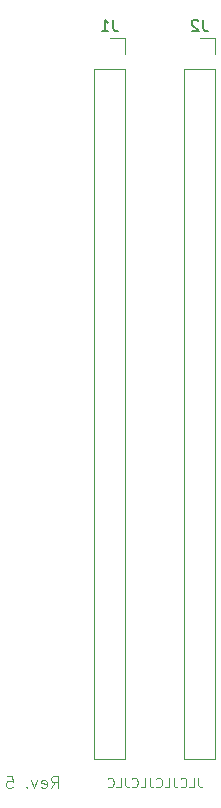
<source format=gbr>
G04 #@! TF.GenerationSoftware,KiCad,Pcbnew,7.0.11+dfsg-1build4*
G04 #@! TF.CreationDate,2024-11-01T17:38:31+09:00*
G04 #@! TF.ProjectId,bionic-mc6802,62696f6e-6963-42d6-9d63-363830322e6b,5*
G04 #@! TF.SameCoordinates,Original*
G04 #@! TF.FileFunction,Legend,Bot*
G04 #@! TF.FilePolarity,Positive*
%FSLAX46Y46*%
G04 Gerber Fmt 4.6, Leading zero omitted, Abs format (unit mm)*
G04 Created by KiCad (PCBNEW 7.0.11+dfsg-1build4) date 2024-11-01 17:38:31*
%MOMM*%
%LPD*%
G01*
G04 APERTURE LIST*
%ADD10C,0.100000*%
%ADD11C,0.125000*%
%ADD12C,0.150000*%
%ADD13C,0.120000*%
G04 APERTURE END LIST*
D10*
X118665238Y-136406895D02*
X118665238Y-136978323D01*
X118665238Y-136978323D02*
X118703333Y-137092609D01*
X118703333Y-137092609D02*
X118779524Y-137168800D01*
X118779524Y-137168800D02*
X118893809Y-137206895D01*
X118893809Y-137206895D02*
X118970000Y-137206895D01*
X117903333Y-137206895D02*
X118284285Y-137206895D01*
X118284285Y-137206895D02*
X118284285Y-136406895D01*
X117179523Y-137130704D02*
X117217619Y-137168800D01*
X117217619Y-137168800D02*
X117331904Y-137206895D01*
X117331904Y-137206895D02*
X117408095Y-137206895D01*
X117408095Y-137206895D02*
X117522381Y-137168800D01*
X117522381Y-137168800D02*
X117598571Y-137092609D01*
X117598571Y-137092609D02*
X117636666Y-137016419D01*
X117636666Y-137016419D02*
X117674762Y-136864038D01*
X117674762Y-136864038D02*
X117674762Y-136749752D01*
X117674762Y-136749752D02*
X117636666Y-136597371D01*
X117636666Y-136597371D02*
X117598571Y-136521180D01*
X117598571Y-136521180D02*
X117522381Y-136444990D01*
X117522381Y-136444990D02*
X117408095Y-136406895D01*
X117408095Y-136406895D02*
X117331904Y-136406895D01*
X117331904Y-136406895D02*
X117217619Y-136444990D01*
X117217619Y-136444990D02*
X117179523Y-136483085D01*
X116608095Y-136406895D02*
X116608095Y-136978323D01*
X116608095Y-136978323D02*
X116646190Y-137092609D01*
X116646190Y-137092609D02*
X116722381Y-137168800D01*
X116722381Y-137168800D02*
X116836666Y-137206895D01*
X116836666Y-137206895D02*
X116912857Y-137206895D01*
X115846190Y-137206895D02*
X116227142Y-137206895D01*
X116227142Y-137206895D02*
X116227142Y-136406895D01*
X115122380Y-137130704D02*
X115160476Y-137168800D01*
X115160476Y-137168800D02*
X115274761Y-137206895D01*
X115274761Y-137206895D02*
X115350952Y-137206895D01*
X115350952Y-137206895D02*
X115465238Y-137168800D01*
X115465238Y-137168800D02*
X115541428Y-137092609D01*
X115541428Y-137092609D02*
X115579523Y-137016419D01*
X115579523Y-137016419D02*
X115617619Y-136864038D01*
X115617619Y-136864038D02*
X115617619Y-136749752D01*
X115617619Y-136749752D02*
X115579523Y-136597371D01*
X115579523Y-136597371D02*
X115541428Y-136521180D01*
X115541428Y-136521180D02*
X115465238Y-136444990D01*
X115465238Y-136444990D02*
X115350952Y-136406895D01*
X115350952Y-136406895D02*
X115274761Y-136406895D01*
X115274761Y-136406895D02*
X115160476Y-136444990D01*
X115160476Y-136444990D02*
X115122380Y-136483085D01*
X114550952Y-136406895D02*
X114550952Y-136978323D01*
X114550952Y-136978323D02*
X114589047Y-137092609D01*
X114589047Y-137092609D02*
X114665238Y-137168800D01*
X114665238Y-137168800D02*
X114779523Y-137206895D01*
X114779523Y-137206895D02*
X114855714Y-137206895D01*
X113789047Y-137206895D02*
X114169999Y-137206895D01*
X114169999Y-137206895D02*
X114169999Y-136406895D01*
X113065237Y-137130704D02*
X113103333Y-137168800D01*
X113103333Y-137168800D02*
X113217618Y-137206895D01*
X113217618Y-137206895D02*
X113293809Y-137206895D01*
X113293809Y-137206895D02*
X113408095Y-137168800D01*
X113408095Y-137168800D02*
X113484285Y-137092609D01*
X113484285Y-137092609D02*
X113522380Y-137016419D01*
X113522380Y-137016419D02*
X113560476Y-136864038D01*
X113560476Y-136864038D02*
X113560476Y-136749752D01*
X113560476Y-136749752D02*
X113522380Y-136597371D01*
X113522380Y-136597371D02*
X113484285Y-136521180D01*
X113484285Y-136521180D02*
X113408095Y-136444990D01*
X113408095Y-136444990D02*
X113293809Y-136406895D01*
X113293809Y-136406895D02*
X113217618Y-136406895D01*
X113217618Y-136406895D02*
X113103333Y-136444990D01*
X113103333Y-136444990D02*
X113065237Y-136483085D01*
X112493809Y-136406895D02*
X112493809Y-136978323D01*
X112493809Y-136978323D02*
X112531904Y-137092609D01*
X112531904Y-137092609D02*
X112608095Y-137168800D01*
X112608095Y-137168800D02*
X112722380Y-137206895D01*
X112722380Y-137206895D02*
X112798571Y-137206895D01*
X111731904Y-137206895D02*
X112112856Y-137206895D01*
X112112856Y-137206895D02*
X112112856Y-136406895D01*
X111008094Y-137130704D02*
X111046190Y-137168800D01*
X111046190Y-137168800D02*
X111160475Y-137206895D01*
X111160475Y-137206895D02*
X111236666Y-137206895D01*
X111236666Y-137206895D02*
X111350952Y-137168800D01*
X111350952Y-137168800D02*
X111427142Y-137092609D01*
X111427142Y-137092609D02*
X111465237Y-137016419D01*
X111465237Y-137016419D02*
X111503333Y-136864038D01*
X111503333Y-136864038D02*
X111503333Y-136749752D01*
X111503333Y-136749752D02*
X111465237Y-136597371D01*
X111465237Y-136597371D02*
X111427142Y-136521180D01*
X111427142Y-136521180D02*
X111350952Y-136444990D01*
X111350952Y-136444990D02*
X111236666Y-136406895D01*
X111236666Y-136406895D02*
X111160475Y-136406895D01*
X111160475Y-136406895D02*
X111046190Y-136444990D01*
X111046190Y-136444990D02*
X111008094Y-136483085D01*
D11*
X106204240Y-137258119D02*
X106537573Y-136781928D01*
X106775668Y-137258119D02*
X106775668Y-136258119D01*
X106775668Y-136258119D02*
X106394716Y-136258119D01*
X106394716Y-136258119D02*
X106299478Y-136305738D01*
X106299478Y-136305738D02*
X106251859Y-136353357D01*
X106251859Y-136353357D02*
X106204240Y-136448595D01*
X106204240Y-136448595D02*
X106204240Y-136591452D01*
X106204240Y-136591452D02*
X106251859Y-136686690D01*
X106251859Y-136686690D02*
X106299478Y-136734309D01*
X106299478Y-136734309D02*
X106394716Y-136781928D01*
X106394716Y-136781928D02*
X106775668Y-136781928D01*
X105394716Y-137210500D02*
X105489954Y-137258119D01*
X105489954Y-137258119D02*
X105680430Y-137258119D01*
X105680430Y-137258119D02*
X105775668Y-137210500D01*
X105775668Y-137210500D02*
X105823287Y-137115261D01*
X105823287Y-137115261D02*
X105823287Y-136734309D01*
X105823287Y-136734309D02*
X105775668Y-136639071D01*
X105775668Y-136639071D02*
X105680430Y-136591452D01*
X105680430Y-136591452D02*
X105489954Y-136591452D01*
X105489954Y-136591452D02*
X105394716Y-136639071D01*
X105394716Y-136639071D02*
X105347097Y-136734309D01*
X105347097Y-136734309D02*
X105347097Y-136829547D01*
X105347097Y-136829547D02*
X105823287Y-136924785D01*
X105013763Y-136591452D02*
X104775668Y-137258119D01*
X104775668Y-137258119D02*
X104537573Y-136591452D01*
X104156620Y-137162880D02*
X104109001Y-137210500D01*
X104109001Y-137210500D02*
X104156620Y-137258119D01*
X104156620Y-137258119D02*
X104204239Y-137210500D01*
X104204239Y-137210500D02*
X104156620Y-137162880D01*
X104156620Y-137162880D02*
X104156620Y-137258119D01*
X102442335Y-136258119D02*
X102918525Y-136258119D01*
X102918525Y-136258119D02*
X102966144Y-136734309D01*
X102966144Y-136734309D02*
X102918525Y-136686690D01*
X102918525Y-136686690D02*
X102823287Y-136639071D01*
X102823287Y-136639071D02*
X102585192Y-136639071D01*
X102585192Y-136639071D02*
X102489954Y-136686690D01*
X102489954Y-136686690D02*
X102442335Y-136734309D01*
X102442335Y-136734309D02*
X102394716Y-136829547D01*
X102394716Y-136829547D02*
X102394716Y-137067642D01*
X102394716Y-137067642D02*
X102442335Y-137162880D01*
X102442335Y-137162880D02*
X102489954Y-137210500D01*
X102489954Y-137210500D02*
X102585192Y-137258119D01*
X102585192Y-137258119D02*
X102823287Y-137258119D01*
X102823287Y-137258119D02*
X102918525Y-137210500D01*
X102918525Y-137210500D02*
X102966144Y-137162880D01*
D12*
X119113333Y-72204819D02*
X119113333Y-72919104D01*
X119113333Y-72919104D02*
X119160952Y-73061961D01*
X119160952Y-73061961D02*
X119256190Y-73157200D01*
X119256190Y-73157200D02*
X119399047Y-73204819D01*
X119399047Y-73204819D02*
X119494285Y-73204819D01*
X118684761Y-72300057D02*
X118637142Y-72252438D01*
X118637142Y-72252438D02*
X118541904Y-72204819D01*
X118541904Y-72204819D02*
X118303809Y-72204819D01*
X118303809Y-72204819D02*
X118208571Y-72252438D01*
X118208571Y-72252438D02*
X118160952Y-72300057D01*
X118160952Y-72300057D02*
X118113333Y-72395295D01*
X118113333Y-72395295D02*
X118113333Y-72490533D01*
X118113333Y-72490533D02*
X118160952Y-72633390D01*
X118160952Y-72633390D02*
X118732380Y-73204819D01*
X118732380Y-73204819D02*
X118113333Y-73204819D01*
X111493333Y-72204819D02*
X111493333Y-72919104D01*
X111493333Y-72919104D02*
X111540952Y-73061961D01*
X111540952Y-73061961D02*
X111636190Y-73157200D01*
X111636190Y-73157200D02*
X111779047Y-73204819D01*
X111779047Y-73204819D02*
X111874285Y-73204819D01*
X110493333Y-73204819D02*
X111064761Y-73204819D01*
X110779047Y-73204819D02*
X110779047Y-72204819D01*
X110779047Y-72204819D02*
X110874285Y-72347676D01*
X110874285Y-72347676D02*
X110969523Y-72442914D01*
X110969523Y-72442914D02*
X111064761Y-72490533D01*
D13*
X120110000Y-134830000D02*
X117450000Y-134830000D01*
X120110000Y-76350000D02*
X120110000Y-134830000D01*
X120110000Y-76350000D02*
X117450000Y-76350000D01*
X120110000Y-75080000D02*
X120110000Y-73750000D01*
X120110000Y-73750000D02*
X118780000Y-73750000D01*
X117450000Y-76350000D02*
X117450000Y-134830000D01*
X112490000Y-134830000D02*
X109830000Y-134830000D01*
X112490000Y-76350000D02*
X112490000Y-134830000D01*
X112490000Y-76350000D02*
X109830000Y-76350000D01*
X112490000Y-75080000D02*
X112490000Y-73750000D01*
X112490000Y-73750000D02*
X111160000Y-73750000D01*
X109830000Y-76350000D02*
X109830000Y-134830000D01*
M02*

</source>
